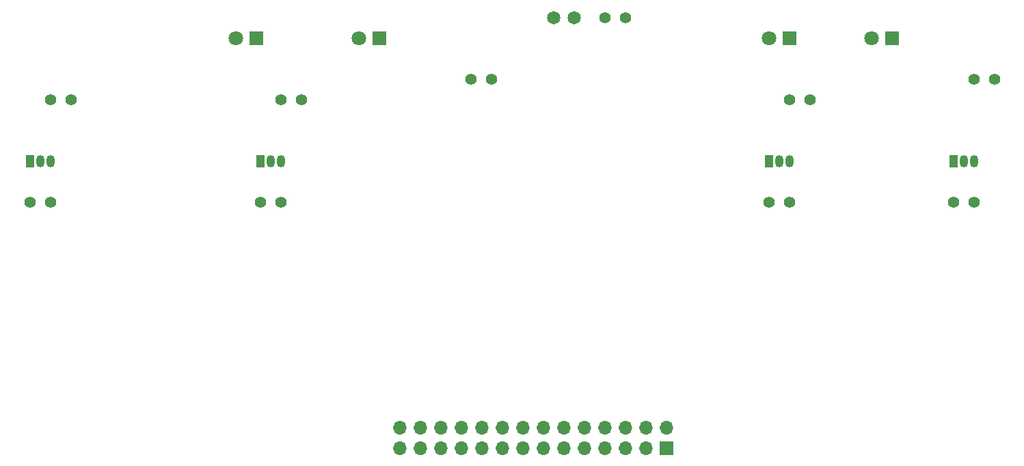
<source format=gbr>
%TF.GenerationSoftware,KiCad,Pcbnew,7.0.10*%
%TF.CreationDate,2024-03-24T23:27:10+02:00*%
%TF.ProjectId,Sensing_Subsystem_Group_8,53656e73-696e-4675-9f53-756273797374,rev?*%
%TF.SameCoordinates,Original*%
%TF.FileFunction,Soldermask,Bot*%
%TF.FilePolarity,Negative*%
%FSLAX46Y46*%
G04 Gerber Fmt 4.6, Leading zero omitted, Abs format (unit mm)*
G04 Created by KiCad (PCBNEW 7.0.10) date 2024-03-24 23:27:10*
%MOMM*%
%LPD*%
G01*
G04 APERTURE LIST*
%ADD10C,1.651003*%
%ADD11C,1.400000*%
%ADD12R,1.050000X1.500000*%
%ADD13O,1.050000X1.500000*%
%ADD14R,1.800000X1.800000*%
%ADD15C,1.800000*%
%ADD16R,1.700000X1.700000*%
%ADD17O,1.700000X1.700000*%
G04 APERTURE END LIST*
D10*
%TO.C,LED1*%
X151130003Y-78740000D03*
X148589997Y-78740000D03*
%TD*%
D11*
%TO.C,TP10*%
X154940000Y-78740000D03*
X157480000Y-78740000D03*
%TD*%
%TO.C,TP9*%
X200660000Y-86360000D03*
X203200000Y-86360000D03*
%TD*%
%TO.C,TP8*%
X198120000Y-101600000D03*
X200660000Y-101600000D03*
%TD*%
D12*
%TO.C,Q5*%
X198120000Y-96520000D03*
D13*
X199390000Y-96520000D03*
X200660000Y-96520000D03*
%TD*%
D14*
%TO.C,D2*%
X190500000Y-81280000D03*
D15*
X187960000Y-81280000D03*
%TD*%
D11*
%TO.C,TP7*%
X138400000Y-86360000D03*
X140940000Y-86360000D03*
%TD*%
%TO.C,TP6*%
X177800000Y-88900000D03*
X180340000Y-88900000D03*
%TD*%
%TO.C,TP5*%
X114850000Y-88900000D03*
X117390000Y-88900000D03*
%TD*%
%TO.C,TP4*%
X86300000Y-88900000D03*
X88840000Y-88900000D03*
%TD*%
%TO.C,TP3*%
X175260000Y-101600000D03*
X177800000Y-101600000D03*
%TD*%
%TO.C,TP2*%
X112310000Y-101600000D03*
X114850000Y-101600000D03*
%TD*%
%TO.C,TP1*%
X83760000Y-101600000D03*
X86300000Y-101600000D03*
%TD*%
D12*
%TO.C,Q3*%
X175260000Y-96520000D03*
D13*
X176530000Y-96520000D03*
X177800000Y-96520000D03*
%TD*%
D12*
%TO.C,Q2*%
X83760000Y-96520000D03*
D13*
X85030000Y-96520000D03*
X86300000Y-96520000D03*
%TD*%
D12*
%TO.C,Q1*%
X112310000Y-96520000D03*
D13*
X113580000Y-96520000D03*
X114850000Y-96520000D03*
%TD*%
D16*
%TO.C,J1*%
X162560000Y-132080000D03*
D17*
X162560000Y-129540000D03*
X160020000Y-132080000D03*
X160020000Y-129540000D03*
X157480000Y-132080000D03*
X157480000Y-129540000D03*
X154940000Y-132080000D03*
X154940000Y-129540000D03*
X152400000Y-132080000D03*
X152400000Y-129540000D03*
X149860000Y-132080000D03*
X149860000Y-129540000D03*
X147320000Y-132080000D03*
X147320000Y-129540000D03*
X144780000Y-132080000D03*
X144780000Y-129540000D03*
X142240000Y-132080000D03*
X142240000Y-129540000D03*
X139700000Y-132080000D03*
X139700000Y-129540000D03*
X137160000Y-132080000D03*
X137160000Y-129540000D03*
X134620000Y-132080000D03*
X134620000Y-129540000D03*
X132080000Y-132080000D03*
X132080000Y-129540000D03*
X129540000Y-132080000D03*
X129540000Y-129540000D03*
%TD*%
D14*
%TO.C,D4*%
X177800000Y-81280000D03*
D15*
X175260000Y-81280000D03*
%TD*%
D14*
%TO.C,D3*%
X127000000Y-81280000D03*
D15*
X124460000Y-81280000D03*
%TD*%
D14*
%TO.C,D1*%
X111760000Y-81280000D03*
D15*
X109220000Y-81280000D03*
%TD*%
M02*

</source>
